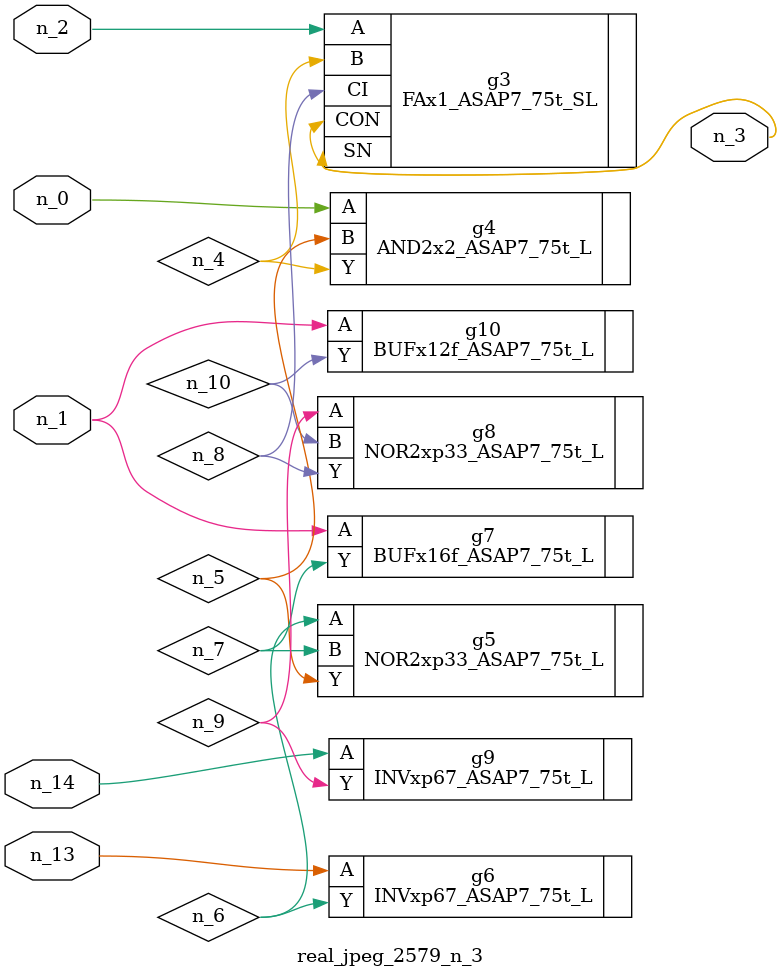
<source format=v>
module real_jpeg_2579_n_3 (n_0, n_1, n_14, n_2, n_13, n_3);

input n_0;
input n_1;
input n_14;
input n_2;
input n_13;

output n_3;

wire n_5;
wire n_4;
wire n_8;
wire n_6;
wire n_7;
wire n_10;
wire n_9;

AND2x2_ASAP7_75t_L g4 ( 
.A(n_0),
.B(n_5),
.Y(n_4)
);

BUFx16f_ASAP7_75t_L g7 ( 
.A(n_1),
.Y(n_7)
);

BUFx12f_ASAP7_75t_L g10 ( 
.A(n_1),
.Y(n_10)
);

FAx1_ASAP7_75t_SL g3 ( 
.A(n_2),
.B(n_4),
.CI(n_8),
.CON(n_3),
.SN(n_3)
);

NOR2xp33_ASAP7_75t_L g5 ( 
.A(n_6),
.B(n_7),
.Y(n_5)
);

NOR2xp33_ASAP7_75t_L g8 ( 
.A(n_9),
.B(n_10),
.Y(n_8)
);

INVxp67_ASAP7_75t_L g6 ( 
.A(n_13),
.Y(n_6)
);

INVxp67_ASAP7_75t_L g9 ( 
.A(n_14),
.Y(n_9)
);


endmodule
</source>
